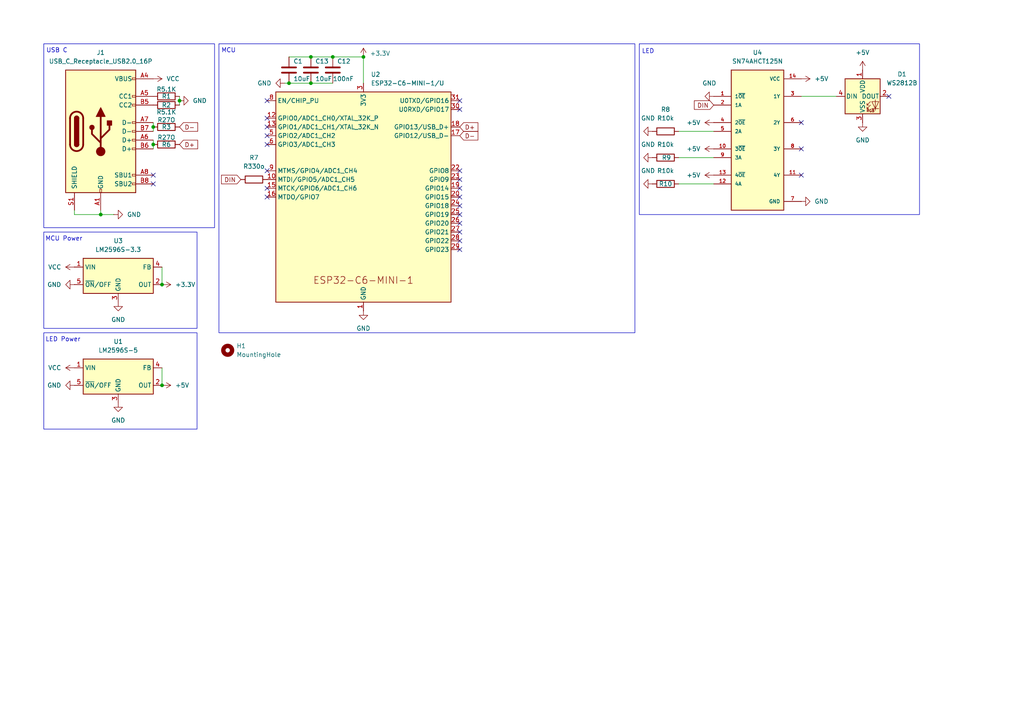
<source format=kicad_sch>
(kicad_sch (version 20250114) (generator "eeschema") (generator_version "9.0")
  (paper "A4")
  (lib_symbols
    (symbol "Connector:USB_C_Receptacle_USB2.0_16P" (pin_names (offset 1.016))
      (property "Reference" "J" (at 0 22.225 0))
      (property "Value" "USB_C_Receptacle_USB2.0_16P" (at 0 19.685 0))
      (symbol "USB_C_Receptacle_USB2.0_16P_0_0"
        (rectangle (start -0.254 -17.78) (end 0.254 -16.764))
        (rectangle (start 10.16 15.494) (end 9.144 14.986))
        (rectangle (start 10.16 10.414) (end 9.144 9.906))
        (rectangle (start 10.16 7.874) (end 9.144 7.366))
        (rectangle (start 10.16 2.794) (end 9.144 2.286))
        (rectangle (start 10.16 0.254) (end 9.144 -0.254))
        (rectangle (start 10.16 -2.286) (end 9.144 -2.794))
        (rectangle (start 10.16 -4.826) (end 9.144 -5.334))
        (rectangle (start 10.16 -12.446) (end 9.144 -12.954))
        (rectangle (start 10.16 -14.986) (end 9.144 -15.494))
      )
      (symbol "USB_C_Receptacle_USB2.0_16P_0_1"
        (rectangle (start -10.16 17.78) (end 10.16 -17.78) (stroke (width 0.254)) (fill (type background)))
        (polyline (pts (xy -8.89 -3.81) (xy -8.89 3.81)) (stroke (width 0.508)))
        (rectangle (start -7.62 -3.81) (end -6.35 3.81) (stroke (width 0.254)) (fill (type outline)))
        (arc (start -7.62 3.81) (mid -6.985 4.4423) (end -6.35 3.81) (stroke (width 0.254)))
        (arc (start -7.62 3.81) (mid -6.985 4.4423) (end -6.35 3.81) (stroke (width 0.254)) (fill (type outline)))
        (arc (start -8.89 3.81) (mid -6.985 5.7067) (end -5.08 3.81) (stroke (width 0.508)))
        (arc (start -5.08 -3.81) (mid -6.985 -5.7067) (end -8.89 -3.81) (stroke (width 0.508)))
        (arc (start -6.35 -3.81) (mid -6.985 -4.4423) (end -7.62 -3.81) (stroke (width 0.254)))
        (arc (start -6.35 -3.81) (mid -6.985 -4.4423) (end -7.62 -3.81) (stroke (width 0.254)) (fill (type outline)))
        (polyline (pts (xy -5.08 3.81) (xy -5.08 -3.81)) (stroke (width 0.508)))
        (circle (center -2.54 1.143) (radius 0.635) (stroke (width 0.254)) (fill (type outline)))
        (polyline (pts (xy -1.27 4.318) (xy 0 6.858) (xy 1.27 4.318) (xy -1.27 4.318)) (stroke (width 0.254)) (fill (type outline)))
        (polyline (pts (xy 0 -2.032) (xy 2.54 0.508) (xy 2.54 1.778)) (stroke (width 0.508)))
        (polyline (pts (xy 0 -3.302) (xy -2.54 -0.762) (xy -2.54 0.508)) (stroke (width 0.508)))
        (polyline (pts (xy 0 -5.842) (xy 0 4.318)) (stroke (width 0.508)))
        (circle (center 0 -5.842) (radius 1.27) (fill (type outline)))
        (rectangle (start 1.905 1.778) (end 3.175 3.048) (stroke (width 0.254)) (fill (type outline)))
      )
      (symbol "USB_C_Receptacle_USB2.0_16P_1_1"
        (pin passive line (at -7.62 -22.86 90) (length 5.08) (name "SHIELD") (number "S1"))
        (pin passive line (at 0 -22.86 90) (length 5.08) (name "GND") (number "A1"))
        (pin passive line (at 0 -22.86 90) (length 5.08) (hide yes) (name "GND") (number "A12"))
        (pin passive line (at 0 -22.86 90) (length 5.08) (hide yes) (name "GND") (number "B1"))
        (pin passive line (at 0 -22.86 90) (length 5.08) (hide yes) (name "GND") (number "B12"))
        (pin passive line (at 15.24 15.24 180) (length 5.08) (name "VBUS") (number "A4"))
        (pin passive line (at 15.24 15.24 180) (length 5.08) (hide yes) (name "VBUS") (number "A9"))
        (pin passive line (at 15.24 15.24 180) (length 5.08) (hide yes) (name "VBUS") (number "B4"))
        (pin passive line (at 15.24 15.24 180) (length 5.08) (hide yes) (name "VBUS") (number "B9"))
        (pin bidirectional line (at 15.24 10.16 180) (length 5.08) (name "CC1") (number "A5"))
        (pin bidirectional line (at 15.24 7.62 180) (length 5.08) (name "CC2") (number "B5"))
        (pin bidirectional line (at 15.24 2.54 180) (length 5.08) (name "D-") (number "A7"))
        (pin bidirectional line (at 15.24 0 180) (length 5.08) (name "D-") (number "B7"))
        (pin bidirectional line (at 15.24 -2.54 180) (length 5.08) (name "D+") (number "A6"))
        (pin bidirectional line (at 15.24 -5.08 180) (length 5.08) (name "D+") (number "B6"))
        (pin bidirectional line (at 15.24 -12.7 180) (length 5.08) (name "SBU1") (number "A8"))
        (pin bidirectional line (at 15.24 -15.24 180) (length 5.08) (name "SBU2") (number "B8"))
      )
    )
    (symbol "Device:C" (pin_numbers (hide yes)) (pin_names (offset 0.254))
      (property "Reference" "C" (at 0.635 2.54 0))
      (property "Value" "C" (at 0.635 -2.54 0))
      (symbol "C_0_1"
        (polyline (pts (xy -2.032 0.762) (xy 2.032 0.762)) (stroke (width 0.508)))
        (polyline (pts (xy -2.032 -0.762) (xy 2.032 -0.762)) (stroke (width 0.508)))
      )
      (symbol "C_1_1"
        (pin passive line (at 0 3.81 270) (length 2.794) (name "~") (number "1"))
        (pin passive line (at 0 -3.81 90) (length 2.794) (name "~") (number "2"))
      )
    )
    (symbol "Device:R" (pin_numbers (hide yes)) (pin_names (offset 0))
      (property "Reference" "R" (at 2.032 0 90))
      (property "Value" "R" (at 0 0 90))
      (symbol "R_0_1"
        (rectangle (start -1.016 -2.54) (end 1.016 2.54) (stroke (width 0.254)))
      )
      (symbol "R_1_1"
        (pin passive line (at 0 3.81 270) (length 1.27) (name "~") (number "1"))
        (pin passive line (at 0 -3.81 90) (length 1.27) (name "~") (number "2"))
      )
    )
    (symbol "Espressif:ESP32-C6-MINI-1/U"
      (property "Reference" "U" (at -25.4 35.56 0))
      (property "Value" "ESP32-C6-MINI-1/U" (at -25.4 33.02 0))
      (symbol "ESP32-C6-MINI-1/U_0_0"
        (text "ESP32-C6-MINI-1" (at 0 -24.13 0) (effects (font (size 2 2))))
      )
      (symbol "ESP32-C6-MINI-1/U_0_1"
        (rectangle (start -25.4 30.48) (end 25.4 -30.48) (stroke (width 0.254)) (fill (type background)))
      )
      (symbol "ESP32-C6-MINI-1/U_1_1"
        (pin input line (at -27.94 27.94 0) (length 2.54) (name "EN/CHIP_PU") (number "8"))
        (pin bidirectional line (at -27.94 22.86 0) (length 2.54) (name "GPIO0/ADC1_CH0/XTAL_32K_P") (number "12"))
        (pin bidirectional line (at -27.94 20.32 0) (length 2.54) (name "GPIO1/ADC1_CH1/XTAL_32K_N") (number "13"))
        (pin bidirectional line (at -27.94 17.78 0) (length 2.54) (name "GPIO2/ADC1_CH2") (number "5"))
        (pin bidirectional line (at -27.94 15.24 0) (length 2.54) (name "GPIO3/ADC1_CH3") (number "6"))
        (pin bidirectional line (at -27.94 7.62 0) (length 2.54) (name "MTMS/GPIO4/ADC1_CH4") (number "9"))
        (pin bidirectional line (at -27.94 5.08 0) (length 2.54) (name "MTDI/GPIO5/ADC1_CH5") (number "10"))
        (pin bidirectional line (at -27.94 2.54 0) (length 2.54) (name "MTCK/GPIO6/ADC1_CH6") (number "15"))
        (pin bidirectional line (at -27.94 0 0) (length 2.54) (name "MTDO/GPIO7") (number "16"))
        (pin no_connect line (at -25.4 -5.08 0) (length 2.54) (hide yes) (name "NC") (number "4"))
        (pin no_connect line (at -25.4 -7.62 0) (length 2.54) (hide yes) (name "NC") (number "7"))
        (pin no_connect line (at -25.4 -10.16 0) (length 2.54) (hide yes) (name "NC") (number "21"))
        (pin no_connect line (at -25.4 -12.7 0) (length 2.54) (hide yes) (name "NC") (number "32"))
        (pin no_connect line (at -25.4 -15.24 0) (length 2.54) (hide yes) (name "NC") (number "33"))
        (pin no_connect line (at -25.4 -17.78 0) (length 2.54) (hide yes) (name "NC") (number "34"))
        (pin no_connect line (at -25.4 -20.32 0) (length 2.54) (hide yes) (name "NC") (number "35"))
        (pin power_in line (at 0 33.02 270) (length 2.54) (name "3V3") (number "3"))
        (pin power_in line (at 0 -33.02 90) (length 2.54) (name "GND") (number "1"))
        (pin passive line (at 0 -33.02 90) (length 2.54) (hide yes) (name "GND") (number "11"))
        (pin passive line (at 0 -33.02 90) (length 2.54) (hide yes) (name "GND") (number "14"))
        (pin passive line (at 0 -33.02 90) (length 2.54) (hide yes) (name "GND") (number "2"))
        (pin passive line (at 0 -33.02 90) (length 2.54) (hide yes) (name "GND") (number "36"))
        (pin passive line (at 0 -33.02 90) (length 2.54) (hide yes) (name "GND") (number "37"))
        (pin passive line (at 0 -33.02 90) (length 2.54) (hide yes) (name "GND") (number "38"))
        (pin passive line (at 0 -33.02 90) (length 2.54) (hide yes) (name "GND") (number "39"))
        (pin passive line (at 0 -33.02 90) (length 2.54) (hide yes) (name "GND") (number "40"))
        (pin passive line (at 0 -33.02 90) (length 2.54) (hide yes) (name "GND") (number "41"))
        (pin passive line (at 0 -33.02 90) (length 2.54) (hide yes) (name "GND") (number "42"))
        (pin passive line (at 0 -33.02 90) (length 2.54) (hide yes) (name "GND") (number "43"))
        (pin passive line (at 0 -33.02 90) (length 2.54) (hide yes) (name "GND") (number "44"))
        (pin passive line (at 0 -33.02 90) (length 2.54) (hide yes) (name "GND") (number "45"))
        (pin passive line (at 0 -33.02 90) (length 2.54) (hide yes) (name "GND") (number "46"))
        (pin passive line (at 0 -33.02 90) (length 2.54) (hide yes) (name "GND") (number "47"))
        (pin passive line (at 0 -33.02 90) (length 2.54) (hide yes) (name "GND") (number "48"))
        (pin passive line (at 0 -33.02 90) (length 2.54) (hide yes) (name "GND") (number "49"))
        (pin passive line (at 0 -33.02 90) (length 2.54) (hide yes) (name "GND") (number "50"))
        (pin passive line (at 0 -33.02 90) (length 2.54) (hide yes) (name "GND") (number "51"))
        (pin passive line (at 0 -33.02 90) (length 2.54) (hide yes) (name "GND") (number "52"))
        (pin passive line (at 0 -33.02 90) (length 2.54) (hide yes) (name "GND") (number "53"))
        (pin bidirectional line (at 27.94 27.94 180) (length 2.54) (name "U0TXD/GPIO16") (number "31"))
        (pin bidirectional line (at 27.94 25.4 180) (length 2.54) (name "U0RXD/GPIO17") (number "30"))
        (pin bidirectional line (at 27.94 20.32 180) (length 2.54) (name "GPIO13/USB_D+") (number "18"))
        (pin bidirectional line (at 27.94 17.78 180) (length 2.54) (name "GPIO12/USB_D-") (number "17"))
        (pin bidirectional line (at 27.94 7.62 180) (length 2.54) (name "GPIO8") (number "22"))
        (pin bidirectional line (at 27.94 5.08 180) (length 2.54) (name "GPIO9") (number "23"))
        (pin bidirectional line (at 27.94 2.54 180) (length 2.54) (name "GPIO14") (number "19"))
        (pin bidirectional line (at 27.94 0 180) (length 2.54) (name "GPIO15") (number "20"))
        (pin bidirectional line (at 27.94 -2.54 180) (length 2.54) (name "GPIO18") (number "24"))
        (pin bidirectional line (at 27.94 -5.08 180) (length 2.54) (name "GPIO19") (number "25"))
        (pin bidirectional line (at 27.94 -7.62 180) (length 2.54) (name "GPIO20") (number "26"))
        (pin bidirectional line (at 27.94 -10.16 180) (length 2.54) (name "GPIO21") (number "27"))
        (pin bidirectional line (at 27.94 -12.7 180) (length 2.54) (name "GPIO22") (number "28"))
        (pin bidirectional line (at 27.94 -15.24 180) (length 2.54) (name "GPIO23") (number "29"))
      )
    )
    (symbol "LED:WS2812B" (pin_names (offset 0.254))
      (property "Reference" "D" (at 5.08 5.715 0))
      (property "Value" "WS2812B" (at 1.27 -5.715 0))
      (symbol "WS2812B_0_0"
        (text "RGB" (at 2.286 -4.191 0) (effects (font (size 0.762 0.762))))
      )
      (symbol "WS2812B_0_1"
        (polyline (pts (xy 1.27 -2.54) (xy 1.778 -2.54)))
        (polyline (pts (xy 1.27 -3.556) (xy 1.778 -3.556)))
        (polyline (pts (xy 2.286 -1.524) (xy 1.27 -2.54) (xy 1.27 -2.032)))
        (polyline (pts (xy 2.286 -2.54) (xy 1.27 -3.556) (xy 1.27 -3.048)))
        (polyline (pts (xy 3.683 -1.016) (xy 3.683 -3.556) (xy 3.683 -4.064)))
        (polyline (pts (xy 4.699 -1.524) (xy 2.667 -1.524) (xy 3.683 -3.556) (xy 4.699 -1.524)))
        (polyline (pts (xy 4.699 -3.556) (xy 2.667 -3.556)))
        (rectangle (start 5.08 5.08) (end -5.08 -5.08) (stroke (width 0.254)) (fill (type background)))
      )
      (symbol "WS2812B_1_1"
        (pin input line (at -7.62 0 0) (length 2.54) (name "DIN") (number "4"))
        (pin power_in line (at 0 7.62 270) (length 2.54) (name "VDD") (number "1"))
        (pin power_in line (at 0 -7.62 90) (length 2.54) (name "VSS") (number "3"))
        (pin output line (at 7.62 0 180) (length 2.54) (name "DOUT") (number "2"))
      )
    )
    (symbol "Mechanical:MountingHole" (pin_names (offset 1.016)) (in_bom no)
      (property "Reference" "H" (at 0 5.08 0))
      (property "Value" "MountingHole" (at 0 3.175 0))
      (symbol "MountingHole_0_1"
        (circle (center 0 0) (radius 1.27) (stroke (width 1.27)))
      )
    )
    (symbol "Regulator_Switching:LM2596S-3.3"
      (property "Reference" "U" (at -10.16 6.35 0))
      (property "Value" "LM2596S-3.3" (at 0 6.35 0))
      (symbol "LM2596S-3.3_0_1"
        (rectangle (start -10.16 5.08) (end 10.16 -5.08) (stroke (width 0.254)) (fill (type background)))
      )
      (symbol "LM2596S-3.3_1_1"
        (pin power_in line (at -12.7 2.54 0) (length 2.54) (name "VIN") (number "1"))
        (pin input line (at -12.7 -2.54 0) (length 2.54) (name "~{ON}/OFF") (number "5"))
        (pin power_in line (at 0 -7.62 90) (length 2.54) (name "GND") (number "3"))
        (pin input line (at 12.7 2.54 180) (length 2.54) (name "FB") (number "4"))
        (pin output line (at 12.7 -2.54 180) (length 2.54) (name "OUT") (number "2"))
      )
    )
    (symbol "Regulator_Switching:LM2596S-5"
      (property "Reference" "U" (at -10.16 6.35 0))
      (property "Value" "LM2596S-5" (at 0 6.35 0))
      (symbol "LM2596S-5_0_1"
        (rectangle (start -10.16 5.08) (end 10.16 -5.08) (stroke (width 0.254)) (fill (type background)))
      )
      (symbol "LM2596S-5_1_1"
        (pin power_in line (at -12.7 2.54 0) (length 2.54) (name "VIN") (number "1"))
        (pin input line (at -12.7 -2.54 0) (length 2.54) (name "~{ON}/OFF") (number "5"))
        (pin power_in line (at 0 -7.62 90) (length 2.54) (name "GND") (number "3"))
        (pin input line (at 12.7 2.54 180) (length 2.54) (name "FB") (number "4"))
        (pin output line (at 12.7 -2.54 180) (length 2.54) (name "OUT") (number "2"))
      )
    )
    (symbol "SN74AHCT125N:SN74AHCT125N" (pin_names (offset 1.016))
      (property "Reference" "U" (at -7.62 21.082 0))
      (property "Value" "SN74AHCT125N" (at -7.62 -22.86 0))
      (symbol "SN74AHCT125N_0_0"
        (rectangle (start -7.62 -20.32) (end 7.62 20.32) (stroke (width 0.254)) (fill (type background)))
        (pin input line (at -12.7 12.7 0) (length 5.08) (name "1~{OE}") (number "1"))
        (pin input line (at -12.7 10.16 0) (length 5.08) (name "1A") (number "2"))
        (pin input line (at -12.7 5.08 0) (length 5.08) (name "2~{OE}") (number "4"))
        (pin input line (at -12.7 2.54 0) (length 5.08) (name "2A") (number "5"))
        (pin input line (at -12.7 -2.54 0) (length 5.08) (name "3~{OE}") (number "10"))
        (pin input line (at -12.7 -5.08 0) (length 5.08) (name "3A") (number "9"))
        (pin input line (at -12.7 -10.16 0) (length 5.08) (name "4~{OE}") (number "13"))
        (pin input line (at -12.7 -12.7 0) (length 5.08) (name "4A") (number "12"))
        (pin power_in line (at 12.7 17.78 180) (length 5.08) (name "VCC") (number "14"))
        (pin output line (at 12.7 12.7 180) (length 5.08) (name "1Y") (number "3"))
        (pin output line (at 12.7 5.08 180) (length 5.08) (name "2Y") (number "6"))
        (pin output line (at 12.7 -2.54 180) (length 5.08) (name "3Y") (number "8"))
        (pin output line (at 12.7 -10.16 180) (length 5.08) (name "4Y") (number "11"))
        (pin power_in line (at 12.7 -17.78 180) (length 5.08) (name "GND") (number "7"))
      )
    )
    (symbol "power:+3.3V" (power) (pin_names (offset 0))
      (property "Value" "+3.3V" (at 0 3.556 0))
      (symbol "+3.3V_0_1"
        (polyline (pts (xy -0.762 1.27) (xy 0 2.54)))
        (polyline (pts (xy 0 2.54) (xy 0.762 1.27)))
        (polyline (pts (xy 0 0) (xy 0 2.54)))
      )
      (symbol "+3.3V_1_1"
        (pin power_in line (at 0 0 90) (length 0) (hide yes) (name "+3.3V") (number "1"))
      )
    )
    (symbol "power:+3V3" (power) (pin_numbers (hide yes)) (pin_names (offset 0) (hide yes))
      (property "Value" "+3V3" (at 0 3.556 0))
      (symbol "+3V3_0_1"
        (polyline (pts (xy -0.762 1.27) (xy 0 2.54)))
        (polyline (pts (xy 0 2.54) (xy 0.762 1.27)))
        (polyline (pts (xy 0 0) (xy 0 2.54)))
      )
      (symbol "+3V3_1_1"
        (pin power_in line (at 0 0 90) (length 0) (name "~") (number "1"))
      )
    )
    (symbol "power:GND" (power) (pin_numbers (hide yes)) (pin_names (offset 0) (hide yes))
      (property "Value" "GND" (at 0 -3.81 0))
      (symbol "GND_0_1"
        (polyline (pts (xy 0 0) (xy 0 -1.27) (xy 1.27 -1.27) (xy 0 -2.54) (xy -1.27 -1.27) (xy 0 -1.27)))
      )
      (symbol "GND_1_1"
        (pin power_in line (at 0 0 270) (length 0) (name "~") (number "1"))
      )
    )
    (symbol "power:VCC" (power) (pin_numbers (hide yes)) (pin_names (offset 0) (hide yes))
      (property "Value" "VCC" (at 0 3.556 0))
      (symbol "VCC_0_1"
        (polyline (pts (xy -0.762 1.27) (xy 0 2.54)))
        (polyline (pts (xy 0 2.54) (xy 0.762 1.27)))
        (polyline (pts (xy 0 0) (xy 0 2.54)))
      )
      (symbol "VCC_1_1"
        (pin power_in line (at 0 0 90) (length 0) (name "~") (number "1"))
      )
    )
  )
  (rectangle (start 63.5 12.7) (end 184.15 96.52))
  (rectangle (start 12.7 67.31) (end 57.15 95.25))
  (rectangle (start 185.42 12.7) (end 266.7 62.23))
  (rectangle (start 12.7 12.7) (end 62.23 66.04))
  (rectangle (start 12.7 96.52) (end 57.15 124.46))
  (text "LED" (at 187.96 14.986 0) (effects (font (size 1.27 1.27))))
  (text "USB C" (at 16.51 14.732 0) (effects (font (size 1.27 1.27))))
  (text "MCU Power" (at 18.542 69.342 0) (effects (font (size 1.27 1.27))))
  (text "LED Power" (at 18.288 98.552 0) (effects (font (size 1.27 1.27))))
  (text "MCU" (at 66.294 14.732 0) (effects (font (size 1.27 1.27))))
  (junction (at 83.82 24.13))
  (junction (at 46.99 111.76))
  (junction (at 44.45 36.83))
  (junction (at 96.52 16.51))
  (junction (at 90.17 24.13))
  (junction (at 105.41 16.51))
  (junction (at 44.45 41.91))
  (junction (at 52.07 29.21))
  (junction (at 29.21 62.23))
  (junction (at 46.99 82.55))
  (junction (at 90.17 16.51))
  (no_connect (at 77.47 39.37))
  (no_connect (at 232.41 43.18))
  (no_connect (at 77.47 36.83))
  (no_connect (at 133.35 52.07))
  (no_connect (at 133.35 57.15))
  (no_connect (at 133.35 72.39))
  (no_connect (at 77.47 41.91))
  (no_connect (at 77.47 29.21))
  (no_connect (at 133.35 49.53))
  (no_connect (at 133.35 31.75))
  (no_connect (at 133.35 67.31))
  (no_connect (at 77.47 49.53))
  (no_connect (at 133.35 69.85))
  (no_connect (at 44.45 53.34))
  (no_connect (at 77.47 54.61))
  (no_connect (at 232.41 50.8))
  (no_connect (at 133.35 54.61))
  (no_connect (at 257.81 27.94))
  (no_connect (at 77.47 57.15))
  (no_connect (at 133.35 29.21))
  (no_connect (at 232.41 35.56))
  (no_connect (at 133.35 59.69))
  (no_connect (at 133.35 64.77))
  (no_connect (at 77.47 34.29))
  (no_connect (at 44.45 50.8))
  (no_connect (at 133.35 62.23))
  (wire (pts (xy 83.82 24.13) (xy 90.17 24.13)))
  (wire (pts (xy 44.45 41.91) (xy 44.45 43.18)))
  (wire (pts (xy 52.07 29.21) (xy 52.07 30.48)))
  (wire (pts (xy 96.52 16.51) (xy 105.41 16.51)))
  (wire (pts (xy 105.41 16.51) (xy 105.41 24.13)))
  (wire (pts (xy 46.99 77.47) (xy 46.99 82.55)))
  (wire (pts (xy 44.45 35.56) (xy 44.45 36.83)))
  (wire (pts (xy 44.45 36.83) (xy 44.45 38.1)))
  (wire (pts (xy 232.41 27.94) (xy 242.57 27.94)))
  (wire (pts (xy 90.17 16.51) (xy 96.52 16.51)))
  (wire (pts (xy 21.59 60.96) (xy 21.59 62.23)))
  (wire (pts (xy 196.85 45.72) (xy 207.01 45.72)))
  (wire (pts (xy 82.55 24.13) (xy 83.82 24.13)))
  (wire (pts (xy 196.85 38.1) (xy 207.01 38.1)))
  (wire (pts (xy 83.82 16.51) (xy 90.17 16.51)))
  (wire (pts (xy 46.99 106.68) (xy 46.99 111.76)))
  (wire (pts (xy 44.45 40.64) (xy 44.45 41.91)))
  (wire (pts (xy 196.85 53.34) (xy 207.01 53.34)))
  (wire (pts (xy 90.17 24.13) (xy 96.52 24.13)))
  (wire (pts (xy 52.07 27.94) (xy 52.07 29.21)))
  (wire (pts (xy 21.59 62.23) (xy 29.21 62.23)))
  (wire (pts (xy 29.21 60.96) (xy 29.21 62.23)))
  (wire (pts (xy 29.21 62.23) (xy 33.02 62.23)))
  (global_label "DIN" (shape input) (at 69.85 52.07 180) (property "Intersheetrefs" "${INTERSHEET_REFS}" (effects (hide yes))))
  (global_label "D+" (shape input) (at 52.07 41.91 0) (property "Intersheetrefs" "${INTERSHEET_REFS}" (effects (hide yes))))
  (global_label "D+" (shape input) (at 133.35 36.83 0) (property "Intersheetrefs" "${INTERSHEET_REFS}" (effects (hide yes))))
  (global_label "D-" (shape input) (at 52.07 36.83 0) (property "Intersheetrefs" "${INTERSHEET_REFS}" (effects (hide yes))))
  (global_label "DIN" (shape input) (at 207.01 30.48 180) (property "Intersheetrefs" "${INTERSHEET_REFS}" (effects (hide yes))))
  (global_label "D-" (shape input) (at 133.35 39.37 0) (property "Intersheetrefs" "${INTERSHEET_REFS}" (effects (hide yes))))
  (symbol (lib_id "power:GND") (at 105.41 90.17 0) (unit 1)
    (property "Reference" "#PWR05" (effects (hide yes)))
    (property "Value" "GND" (at 105.41 95.25 0))
    (property "Description" "Power symbol creates a global label with name \"GND\" , ground" (effects (hide yes)))
  )
  (symbol (lib_id "Device:R") (at 48.26 30.48 90) (unit 1)
    (property "Reference" "R2" (at 48.26 30.48 90))
    (property "Value" "R5.1K" (at 48.26 32.512 90))
    (property "Footprint" "Resistor_SMD:R_0201_0603Metric_Pad0.64x0.40mm_HandSolder" (effects (hide yes)))
    (property "Description" "Resistor" (effects (hide yes)))
  )
  (symbol (lib_id "power:+3V3") (at 207.01 43.18 90) (unit 1)
    (property "Reference" "#PWR022" (effects (hide yes)))
    (property "Value" "+5V" (at 203.2 43.1799 90) (effects (justify left)))
    (property "Description" "Power symbol creates a global label with name \"+3V3\"" (effects (hide yes)))
  )
  (symbol (lib_id "power:+3V3") (at 207.01 50.8 90) (unit 1)
    (property "Reference" "#PWR024" (effects (hide yes)))
    (property "Value" "+5V" (at 203.2 50.7999 90) (effects (justify left)))
    (property "Description" "Power symbol creates a global label with name \"+3V3\"" (effects (hide yes)))
  )
  (symbol (lib_id "Regulator_Switching:LM2596S-5") (at 34.29 109.22 0) (unit 1)
    (property "Reference" "U1" (at 34.29 99.06 0))
    (property "Value" "LM2596S-5" (at 34.29 101.6 0))
    (property "Footprint" "Package_TO_SOT_SMD:TO-263-5_TabPin3" (effects (hide yes)))
    (property "Datasheet" "http://www.ti.com/lit/ds/symlink/lm2596.pdf" (effects (hide yes)))
    (property "Description" "5V 3A Step-Down Voltage Regulator, TO-263" (effects (hide yes)))
  )
  (symbol (lib_id "Mechanical:MountingHole") (at 66.04 101.6 0) (unit 1) (in_bom no)
    (property "Reference" "H1" (at 68.58 100.3299 0) (effects (justify left)))
    (property "Value" "MountingHole" (at 68.58 102.8699 0) (effects (justify left)))
    (property "Footprint" "MountingHole:MountingHole_2.2mm_M2" (effects (hide yes)))
    (property "Description" "Mounting Hole without connection" (effects (hide yes)))
  )
  (symbol (lib_id "Device:C") (at 90.17 20.32 0) (unit 1)
    (property "Reference" "C13" (at 91.44 17.78 0) (effects (justify left)))
    (property "Value" "10uF" (at 91.44 22.86 0) (effects (justify left)))
    (property "Footprint" "Capacitor_SMD:C_0805_2012Metric_Pad1.18x1.45mm_HandSolder" (effects (hide yes)))
    (property "Description" "16V 10uF 0805 Ceramic Capacitor SMD" (effects (hide yes)))
    (property "Vendor" "https://www.lcsc.com/product-detail/Multilayer-Ceramic-Capacitors-MLCC-SMD-SMT_Murata-Electronics-GRM21BR61C106KE15L_C77075.html" (effects (hide yes)))
    (property "LCSC" "C15850" (effects (hide yes)))
  )
  (symbol (lib_id "Device:C") (at 96.52 20.32 0) (unit 1)
    (property "Reference" "C12" (at 97.79 17.78 0) (effects (justify left)))
    (property "Value" "100nF" (at 96.52 22.86 0) (effects (justify left)))
    (property "Footprint" "Capacitor_SMD:C_0805_2012Metric_Pad1.18x1.45mm_HandSolder" (effects (hide yes)))
    (property "Description" "100nF 50V X7R ±10% 0805 Ceramic Cap SMD" (effects (hide yes)))
    (property "Vendor" "https://jlcpcb.com/partdetail/Yageo-CC0805KRX7R9BB104/C49678" (effects (hide yes)))
    (property "LCSC" "C49678" (effects (hide yes)))
  )
  (symbol (lib_id "power:GND") (at 34.29 116.84 0) (unit 1)
    (property "Reference" "#PWR02" (effects (hide yes)))
    (property "Value" "GND" (at 34.29 121.92 0))
    (property "Description" "Power symbol creates a global label with name \"GND\" , ground" (effects (hide yes)))
  )
  (symbol (lib_id "power:GND") (at 250.19 35.56 0) (unit 1)
    (property "Reference" "#PWR011" (effects (hide yes)))
    (property "Value" "GND" (at 250.19 40.64 0))
    (property "Description" "Power symbol creates a global label with name \"GND\" , ground" (effects (hide yes)))
  )
  (symbol (lib_id "power:+3V3") (at 250.19 20.32 0) (unit 1)
    (property "Reference" "#PWR017" (effects (hide yes)))
    (property "Value" "+5V" (at 250.19 15.24 0))
    (property "Description" "Power symbol creates a global label with name \"+3V3\"" (effects (hide yes)))
  )
  (symbol (lib_id "power:+3V3") (at 46.99 82.55 270) (unit 1)
    (property "Reference" "#PWR07" (effects (hide yes)))
    (property "Value" "+3.3V" (at 50.8 82.5499 90) (effects (justify left)))
    (property "Description" "Power symbol creates a global label with name \"+3V3\"" (effects (hide yes)))
  )
  (symbol (lib_id "Device:R") (at 193.04 53.34 90) (unit 1)
    (property "Reference" "R10" (at 193.04 53.34 90))
    (property "Value" "R10k" (at 193.04 49.53 90))
    (property "Footprint" "Resistor_SMD:R_0201_0603Metric_Pad0.64x0.40mm_HandSolder" (effects (hide yes)))
    (property "Description" "Resistor" (effects (hide yes)))
  )
  (symbol (lib_id "Device:C") (at 83.82 20.32 0) (unit 1)
    (property "Reference" "C1" (at 85.09 17.78 0) (effects (justify left)))
    (property "Value" "10uF" (at 85.09 22.86 0) (effects (justify left)))
    (property "Footprint" "Capacitor_SMD:C_0805_2012Metric_Pad1.18x1.45mm_HandSolder" (effects (hide yes)))
    (property "Description" "16V 10uF 0805 Ceramic Capacitor SMD" (effects (hide yes)))
    (property "Vendor" "https://www.lcsc.com/product-detail/Multilayer-Ceramic-Capacitors-MLCC-SMD-SMT_Murata-Electronics-GRM21BR61C106KE15L_C77075.html" (effects (hide yes)))
    (property "LCSC" "C15850" (effects (hide yes)))
  )
  (symbol (lib_id "SN74AHCT125N:SN74AHCT125N") (at 219.71 40.64 0) (unit 1)
    (property "Reference" "U4" (at 219.71 15.24 0))
    (property "Value" "SN74AHCT125N" (at 219.71 17.78 0))
    (property "Footprint" "footprints:DIP794W45P254L1930H508Q14" (effects (hide yes)))
    (property "MF" "Texas Instruments" (effects (hide yes)))
    (property "MAXIMUM_PACKAGE_HEIGHT" "5.08mm" (effects (hide yes)))
    (property "Package" "PDIP-14 Texas Instruments" (effects (hide yes)))
    (property "Price" "None" (effects (hide yes)))
    (property "Check_prices" "https://www.snapeda.com/parts/SN74AHCT125N/Texas+Instruments/view-part/?ref=eda" (effects (hide yes)))
    (property "STANDARD" "Manufacturer Recommendations" (effects (hide yes)))
    (property "PARTREV" "Q" (effects (hide yes)))
    (property "SnapEDA_Link" "https://www.snapeda.com/parts/SN74AHCT125N/Texas+Instruments/view-part/?ref=snap" (effects (hide yes)))
    (property "MP" "SN74AHCT125N" (effects (hide yes)))
    (property "Description_1" "4-ch, 4.5-V to 5.5-V buffers with TTL-compatible CMOS inputs and 3-state outputs" (effects (hide yes)))
    (property "Availability" "In Stock" (effects (hide yes)))
    (property "MANUFACTURER" "Texas Instruments" (effects (hide yes)))
  )
  (symbol (lib_id "power:GND") (at 189.23 53.34 270) (unit 1)
    (property "Reference" "#PWR027" (effects (hide yes)))
    (property "Value" "GND" (at 187.96 49.53 90))
    (property "Description" "Power symbol creates a global label with name \"GND\" , ground" (effects (hide yes)))
  )
  (symbol (lib_id "power:GND") (at 21.59 111.76 270) (unit 1)
    (property "Reference" "#PWR029" (effects (hide yes)))
    (property "Value" "GND" (at 17.78 111.7599 90) (effects (justify right)))
    (property "Description" "Power symbol creates a global label with name \"GND\" , ground" (effects (hide yes)))
  )
  (symbol (lib_id "power:GND") (at 33.02 62.23 90) (unit 1)
    (property "Reference" "#PWR04" (effects (hide yes)))
    (property "Value" "GND" (at 36.83 62.2299 90) (effects (justify right)))
    (property "Description" "Power symbol creates a global label with name \"GND\" , ground" (effects (hide yes)))
  )
  (symbol (lib_id "power:+3V3") (at 232.41 22.86 270) (unit 1)
    (property "Reference" "#PWR019" (effects (hide yes)))
    (property "Value" "+5V" (at 236.22 22.8599 90) (effects (justify left)))
    (property "Description" "Power symbol creates a global label with name \"+3V3\"" (effects (hide yes)))
  )
  (symbol (lib_id "Device:R") (at 193.04 45.72 90) (unit 1)
    (property "Reference" "R9" (at 193.294 45.72 90))
    (property "Value" "R10k" (at 193.04 41.91 90))
    (property "Footprint" "Resistor_SMD:R_0201_0603Metric_Pad0.64x0.40mm_HandSolder" (effects (hide yes)))
    (property "Description" "Resistor" (effects (hide yes)))
  )
  (symbol (lib_id "Regulator_Switching:LM2596S-3.3") (at 34.29 80.01 0) (unit 1)
    (property "Reference" "U3" (at 34.29 69.85 0))
    (property "Value" "LM2596S-3.3" (at 34.29 72.39 0))
    (property "Footprint" "Package_TO_SOT_SMD:TO-263-5_TabPin3" (effects (hide yes)))
    (property "Datasheet" "http://www.ti.com/lit/ds/symlink/lm2596.pdf" (effects (hide yes)))
    (property "Description" "3.3V 3A Step-Down Voltage Regulator, TO-263" (effects (hide yes)))
  )
  (symbol (lib_id "power:GND") (at 189.23 38.1 270) (unit 1)
    (property "Reference" "#PWR025" (effects (hide yes)))
    (property "Value" "GND" (at 187.96 34.29 90))
    (property "Description" "Power symbol creates a global label with name \"GND\" , ground" (effects (hide yes)))
  )
  (symbol (lib_id "power:GND") (at 52.07 29.21 90) (unit 1)
    (property "Reference" "#PWR01" (effects (hide yes)))
    (property "Value" "GND" (at 55.88 29.2099 90) (effects (justify right)))
    (property "Description" "Power symbol creates a global label with name \"GND\" , ground" (effects (hide yes)))
  )
  (symbol (lib_id "LED:WS2812B") (at 250.19 27.94 0) (unit 1)
    (property "Reference" "D1" (at 261.62 21.5198 0))
    (property "Value" "WS2812B" (at 261.62 24.0598 0))
    (property "Footprint" "LED_SMD:LED_WS2812B_PLCC4_5.0x5.0mm_P3.2mm" (effects (hide yes)))
    (property "Datasheet" "https://cdn-shop.adafruit.com/datasheets/WS2812B.pdf" (effects (hide yes)))
    (property "Description" "RGB LED with integrated controller" (effects (hide yes)))
  )
  (symbol (lib_id "power:GND") (at 207.01 27.94 270) (unit 1)
    (property "Reference" "#PWR018" (effects (hide yes)))
    (property "Value" "GND" (at 205.74 24.13 90))
    (property "Description" "Power symbol creates a global label with name \"GND\" , ground" (effects (hide yes)))
  )
  (symbol (lib_id "power:GND") (at 189.23 45.72 270) (unit 1)
    (property "Reference" "#PWR026" (effects (hide yes)))
    (property "Value" "GND" (at 187.96 41.91 90))
    (property "Description" "Power symbol creates a global label with name \"GND\" , ground" (effects (hide yes)))
  )
  (symbol (lib_id "Device:R") (at 48.26 36.83 90) (unit 1)
    (property "Reference" "R3" (at 48.26 36.83 90))
    (property "Value" "R27O" (at 48.26 34.798 90))
    (property "Footprint" "Resistor_SMD:R_0201_0603Metric_Pad0.64x0.40mm_HandSolder" (effects (hide yes)))
    (property "Description" "Resistor" (effects (hide yes)))
  )
  (symbol (lib_id "power:VCC") (at 44.45 22.86 270) (unit 1)
    (property "Reference" "#PWR09" (effects (hide yes)))
    (property "Value" "VCC" (at 48.26 22.8599 90) (effects (justify left)))
    (property "Description" "Power symbol creates a global label with name \"VCC\"" (effects (hide yes)))
  )
  (symbol (lib_id "power:+3V3") (at 207.01 35.56 90) (unit 1)
    (property "Reference" "#PWR021" (effects (hide yes)))
    (property "Value" "+5V" (at 203.2 35.5599 90) (effects (justify left)))
    (property "Description" "Power symbol creates a global label with name \"+3V3\"" (effects (hide yes)))
  )
  (symbol (lib_id "Espressif:ESP32-C6-MINI-1/U") (at 105.41 57.15 0) (unit 1)
    (property "Reference" "U2" (at 107.5533 21.59 0) (effects (justify left)))
    (property "Value" "ESP32-C6-MINI-1/U" (at 107.5533 24.13 0) (effects (justify left)))
    (property "Footprint" "Espressif:ESP32-C6-MINI-1" (effects (hide yes)))
    (property "Datasheet" "https://www.espressif.com/sites/default/files/documentation/esp32-c6-mini-1_datasheet_en.pdf" (effects (hide yes)))
    (property "Description" "ESP32-C6-MINI-1 is a module that supports 2.4 GHz Wi-Fi 6 (802.11 ax), Bluetooth® 5 (LE), Zigbee and Thread (802.15.4)" (effects (hide yes)))
  )
  (symbol (lib_id "Device:R") (at 48.26 27.94 90) (unit 1)
    (property "Reference" "R1" (at 48.26 27.94 90))
    (property "Value" "R5.1K" (at 48.26 25.908 90))
    (property "Footprint" "Resistor_SMD:R_0201_0603Metric_Pad0.64x0.40mm_HandSolder" (effects (hide yes)))
    (property "Description" "Resistor" (effects (hide yes)))
  )
  (symbol (lib_id "power:+3V3") (at 46.99 111.76 270) (unit 1)
    (property "Reference" "#PWR016" (effects (hide yes)))
    (property "Value" "+5V" (at 50.8 111.7599 90) (effects (justify left)))
    (property "Description" "Power symbol creates a global label with name \"+3V3\"" (effects (hide yes)))
  )
  (symbol (lib_id "Device:R") (at 48.26 41.91 90) (unit 1)
    (property "Reference" "R6" (at 48.26 41.91 90))
    (property "Value" "R27O" (at 48.26 39.878 90))
    (property "Footprint" "Resistor_SMD:R_0201_0603Metric_Pad0.64x0.40mm_HandSolder" (effects (hide yes)))
    (property "Description" "Resistor" (effects (hide yes)))
  )
  (symbol (lib_id "power:VCC") (at 21.59 77.47 90) (unit 1)
    (property "Reference" "#PWR06" (effects (hide yes)))
    (property "Value" "VCC" (at 17.78 77.4699 90) (effects (justify left)))
    (property "Description" "Power symbol creates a global label with name \"VCC\"" (effects (hide yes)))
  )
  (symbol (lib_id "power:GND") (at 21.59 82.55 270) (unit 1)
    (property "Reference" "#PWR010" (effects (hide yes)))
    (property "Value" "GND" (at 17.78 82.5499 90) (effects (justify right)))
    (property "Description" "Power symbol creates a global label with name \"GND\" , ground" (effects (hide yes)))
  )
  (symbol (lib_id "Connector:USB_C_Receptacle_USB2.0_16P") (at 29.21 38.1 0) (unit 1)
    (property "Reference" "J1" (at 29.21 15.24 0))
    (property "Value" "USB_C_Receptacle_USB2.0_16P" (at 29.21 17.78 0))
    (property "Footprint" "Connector_USB:USB_C_Receptacle_HCTL_HC-TYPE-C-16P-01A" (effects (hide yes)))
    (property "Datasheet" "https://www.usb.org/sites/default/files/documents/usb_type-c.zip" (effects (hide yes)))
    (property "Description" "USB 2.0-only 16P Type-C Receptacle connector" (effects (hide yes)))
  )
  (symbol (lib_id "Device:R") (at 73.66 52.07 90) (unit 1)
    (property "Reference" "R7" (at 73.66 45.72 90))
    (property "Value" "R330o" (at 73.66 48.26 90))
    (property "Footprint" "Resistor_SMD:R_0201_0603Metric_Pad0.64x0.40mm_HandSolder" (effects (hide yes)))
    (property "Description" "Resistor" (effects (hide yes)))
  )
  (symbol (lib_id "power:+3.3V") (at 105.41 16.51 0) (unit 1)
    (property "Reference" "#PWR023" (effects (hide yes)))
    (property "Value" "+3.3V" (at 110.236 15.494 0))
  )
  (symbol (lib_id "power:GND") (at 34.29 87.63 0) (unit 1)
    (property "Reference" "#PWR08" (effects (hide yes)))
    (property "Value" "GND" (at 34.29 92.71 0))
    (property "Description" "Power symbol creates a global label with name \"GND\" , ground" (effects (hide yes)))
  )
  (symbol (lib_id "power:GND") (at 232.41 58.42 90) (unit 1)
    (property "Reference" "#PWR020" (effects (hide yes)))
    (property "Value" "GND" (at 236.22 58.4199 90) (effects (justify right)))
    (property "Description" "Power symbol creates a global label with name \"GND\" , ground" (effects (hide yes)))
  )
  (symbol (lib_id "Device:R") (at 193.04 38.1 90) (unit 1)
    (property "Reference" "R8" (at 193.04 31.75 90))
    (property "Value" "R10k" (at 193.04 34.29 90))
    (property "Footprint" "Resistor_SMD:R_0201_0603Metric_Pad0.64x0.40mm_HandSolder" (effects (hide yes)))
    (property "Description" "Resistor" (effects (hide yes)))
  )
  (symbol (lib_id "power:VCC") (at 21.59 106.68 90) (unit 1)
    (property "Reference" "#PWR028" (effects (hide yes)))
    (property "Value" "VCC" (at 17.78 106.6799 90) (effects (justify left)))
    (property "Description" "Power symbol creates a global label with name \"VCC\"" (effects (hide yes)))
  )
  (symbol (lib_id "power:GND") (at 82.55 24.13 270) (unit 1)
    (property "Reference" "#PWR015" (effects (hide yes)))
    (property "Value" "GND" (at 78.74 24.1299 90) (effects (justify right)))
    (property "Description" "Power symbol creates a global label with name \"GND\" , ground" (effects (hide yes)))
  )
)
</source>
